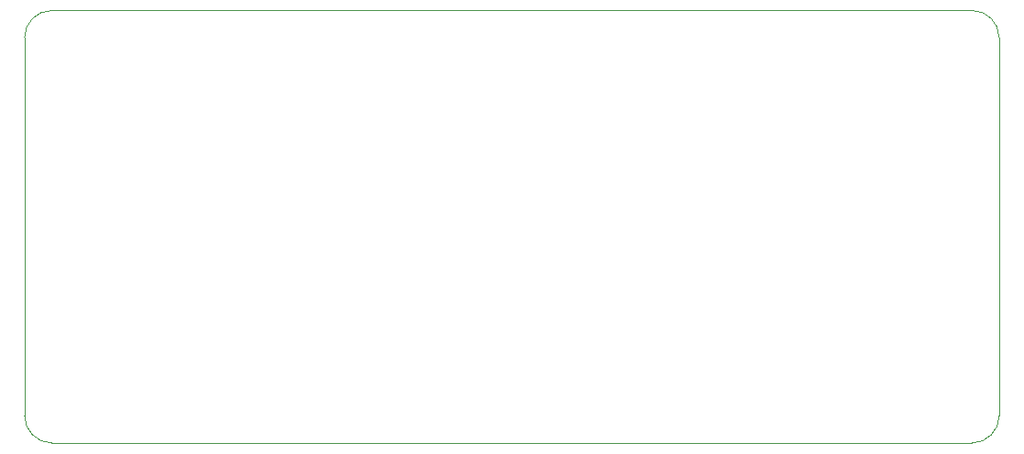
<source format=gbr>
%TF.GenerationSoftware,KiCad,Pcbnew,9.0.2*%
%TF.CreationDate,2025-06-15T01:16:03-07:00*%
%TF.ProjectId,SDM26_BSPD_1.0,53444d32-365f-4425-9350-445f312e302e,rev?*%
%TF.SameCoordinates,Original*%
%TF.FileFunction,Profile,NP*%
%FSLAX46Y46*%
G04 Gerber Fmt 4.6, Leading zero omitted, Abs format (unit mm)*
G04 Created by KiCad (PCBNEW 9.0.2) date 2025-06-15 01:16:03*
%MOMM*%
%LPD*%
G01*
G04 APERTURE LIST*
%TA.AperFunction,Profile*%
%ADD10C,0.050000*%
%TD*%
G04 APERTURE END LIST*
D10*
X190000000Y-137500000D02*
G75*
G02*
X187500000Y-140000000I-2500000J0D01*
G01*
X102500000Y-140000000D02*
G75*
G02*
X100000000Y-137500000I0J2500000D01*
G01*
X100000000Y-137500000D02*
X100000000Y-102500000D01*
X187500000Y-140000000D02*
X102500000Y-140000000D01*
X102500000Y-100000000D02*
X187500000Y-100000000D01*
X100000000Y-102500000D02*
G75*
G02*
X102500000Y-100000000I2500000J0D01*
G01*
X187500000Y-100000000D02*
G75*
G02*
X190000000Y-102500000I0J-2500000D01*
G01*
X190000000Y-102500000D02*
X190000000Y-137500000D01*
M02*

</source>
